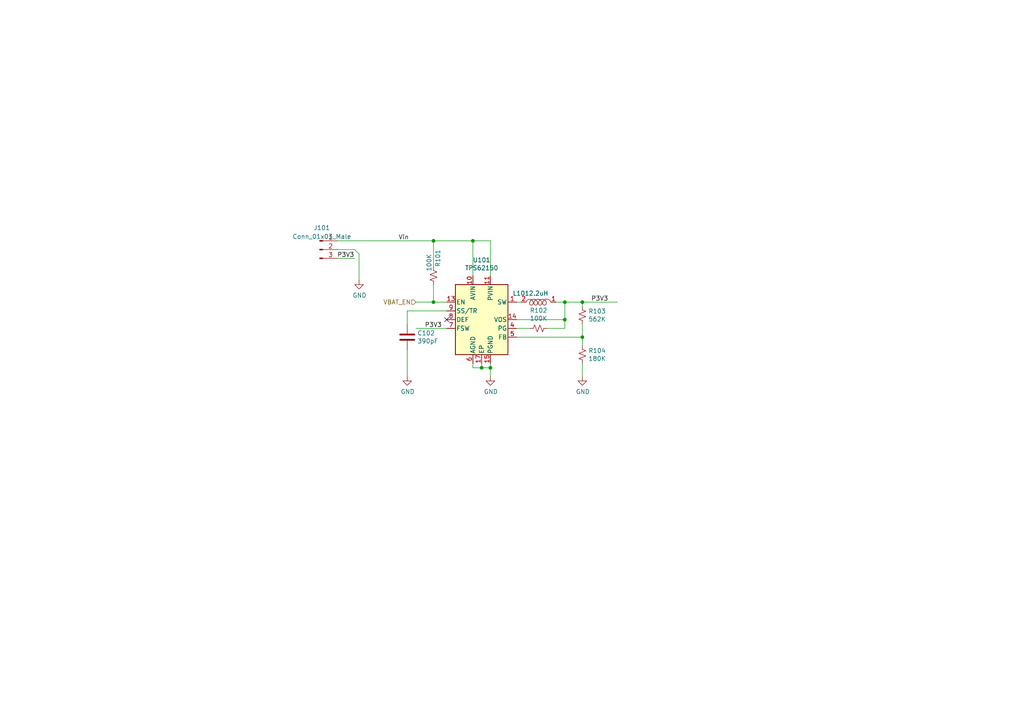
<source format=kicad_sch>
(kicad_sch (version 20211123) (generator eeschema)
  (paper "A4")
  (lib_symbols
    (symbol "Connector:Conn_01x03_Male" (pin_names (offset 1.016) hide)
      (property "Reference" "J" (at 0 5.08 0))
      (property "Value" "Conn_01x03_Male" (at 0 -5.08 0))
      (symbol "Conn_01x03_Male_1_1"
        (polyline (pts (xy 1.27 -2.54) (xy 0.8636 -2.54)) (stroke (width 0.1524)))
        (polyline (pts (xy 1.27 0) (xy 0.8636 0)) (stroke (width 0.1524)))
        (polyline (pts (xy 1.27 2.54) (xy 0.8636 2.54)) (stroke (width 0.1524)))
        (rectangle (start 0.8636 -2.413) (end 0 -2.667) (stroke (width 0.1524)) (fill (type outline)))
        (rectangle (start 0.8636 0.127) (end 0 -0.127) (stroke (width 0.1524)) (fill (type outline)))
        (rectangle (start 0.8636 2.667) (end 0 2.413) (stroke (width 0.1524)) (fill (type outline)))
        (pin passive line (at 5.08 2.54 180) (length 3.81) (name "Pin_1") (number "1"))
        (pin passive line (at 5.08 0 180) (length 3.81) (name "Pin_2") (number "2"))
        (pin passive line (at 5.08 -2.54 180) (length 3.81) (name "Pin_3") (number "3"))
      )
    )
    (symbol "Device:C" (pin_numbers hide) (pin_names (offset 0.254))
      (property "Reference" "C" (at 0.635 2.54 0))
      (property "Value" "C" (at 0.635 -2.54 0))
      (symbol "C_0_1"
        (polyline (pts (xy -2.032 -0.762) (xy 2.032 -0.762)) (stroke (width 0.508)))
        (polyline (pts (xy -2.032 0.762) (xy 2.032 0.762)) (stroke (width 0.508)))
      )
      (symbol "C_1_1"
        (pin passive line (at 0 3.81 270) (length 2.794) (name "~") (number "1"))
        (pin passive line (at 0 -3.81 90) (length 2.794) (name "~") (number "2"))
      )
    )
    (symbol "Device:R_Small_US" (pin_numbers hide) (pin_names (offset 0.254) hide)
      (property "Reference" "R" (at 0.762 0.508 0))
      (property "Value" "R_Small_US" (at 0.762 -1.016 0))
      (symbol "R_Small_US_1_1"
        (polyline (pts (xy 0 0) (xy 1.016 -0.381) (xy 0 -0.762) (xy -1.016 -1.143) (xy 0 -1.524)))
        (polyline (pts (xy 0 1.524) (xy 1.016 1.143) (xy 0 0.762) (xy -1.016 0.381) (xy 0 0)))
        (pin passive line (at 0 2.54 270) (length 1.016) (name "~") (number "1"))
        (pin passive line (at 0 -2.54 90) (length 1.016) (name "~") (number "2"))
      )
    )
    (symbol "Regulator_Switching:TPS62150" (pin_names (offset 0.254))
      (property "Reference" "U" (at 3.81 13.97 0))
      (property "Value" "TPS62150" (at 3.81 11.43 0))
      (symbol "TPS62150_0_1"
        (rectangle (start -7.62 10.16) (end 7.62 -10.16) (stroke (width 0.254)) (fill (type background)))
      )
      (symbol "TPS62150_1_1"
        (pin output line (at 10.16 5.08 180) (length 2.54) (name "SW") (number "1"))
        (pin power_in line (at -2.54 12.7 270) (length 2.54) (name "AVIN") (number "10"))
        (pin power_in line (at 2.54 12.7 270) (length 2.54) (name "PVIN") (number "11"))
        (pin passive line (at 2.54 12.7 270) (length 2.54) hide (name "PVIN") (number "12"))
        (pin input line (at -10.16 5.08 0) (length 2.54) (name "EN") (number "13"))
        (pin input line (at 10.16 0 180) (length 2.54) (name "VOS") (number "14"))
        (pin power_in line (at 2.54 -12.7 90) (length 2.54) (name "PGND") (number "15"))
        (pin passive line (at 2.54 -12.7 90) (length 2.54) hide (name "PGND") (number "16"))
        (pin power_in line (at 0 -12.7 90) (length 2.54) (name "EP") (number "17"))
        (pin passive line (at 10.16 5.08 180) (length 2.54) hide (name "SW") (number "2"))
        (pin passive line (at 10.16 5.08 180) (length 2.54) hide (name "SW") (number "3"))
        (pin open_collector line (at 10.16 -2.54 180) (length 2.54) (name "PG") (number "4"))
        (pin input line (at 10.16 -5.08 180) (length 2.54) (name "FB") (number "5"))
        (pin power_in line (at -2.54 -12.7 90) (length 2.54) (name "AGND") (number "6"))
        (pin input line (at -10.16 -2.54 0) (length 2.54) (name "FSW") (number "7"))
        (pin input line (at -10.16 0 0) (length 2.54) (name "DEF") (number "8"))
        (pin input line (at -10.16 2.54 0) (length 2.54) (name "SS/TR") (number "9"))
      )
    )
    (symbol "dk_Fixed-Inductors:82473C" (pin_names (offset 1.016))
      (property "Reference" "L" (at -4.445 3.175 0))
      (property "Value" "82473C" (at 4.445 -1.905 0))
      (symbol "82473C_0_1"
        (arc (start -3.556 0) (mid -2.1694 -0.8461) (end -1.1938 0.4318))
        (arc (start -2.2098 0.508) (mid -2.0918 -0.2848) (end -1.4478 -0.762))
        (arc (start -1.4732 -0.762) (mid -0.4347 -0.6489) (end 0.0508 0.254))
        (arc (start -1.1938 0.254) (mid -1.5764 0.8583) (end -2.2098 0.508))
        (arc (start -0.9398 0.508) (mid -0.8218 -0.2848) (end -0.1778 -0.762))
        (arc (start -0.2032 -0.762) (mid 0.8353 -0.6489) (end 1.3208 0.254))
        (arc (start 0.0762 0.254) (mid -0.3064 0.8583) (end -0.9398 0.508))
        (arc (start 0.3302 0.508) (mid 0.4482 -0.2848) (end 1.0922 -0.762))
        (arc (start 1.0668 -0.762) (mid 2.1053 -0.6489) (end 2.5908 0.254))
        (arc (start 1.3462 0.254) (mid 0.9636 0.8583) (end 0.3302 0.508))
        (arc (start 1.5748 0.4318) (mid 2.3727 -0.7843) (end 3.5814 0))
        (arc (start 2.6162 0.254) (mid 2.2336 0.8583) (end 1.6002 0.508))
      )
      (symbol "82473C_1_1"
        (pin passive line (at -5.08 0 0) (length 1.4986) (name "~") (number "1"))
        (pin passive line (at 5.08 0 180) (length 1.4986) (name "~") (number "2"))
      )
    )
    (symbol "power:GND" (power) (pin_names (offset 0))
      (property "Value" "GND" (at 0 -3.81 0))
      (symbol "GND_0_1"
        (polyline (pts (xy 0 0) (xy 0 -1.27) (xy 1.27 -1.27) (xy 0 -2.54) (xy -1.27 -1.27) (xy 0 -1.27)))
      )
      (symbol "GND_1_1"
        (pin power_in line (at 0 0 270) (length 0) hide (name "GND") (number "1"))
      )
    )
  )
  (junction (at 168.91 87.63))
  (junction (at 139.7 106.68))
  (junction (at 163.83 92.71))
  (junction (at 163.83 87.63))
  (junction (at 168.91 97.79))
  (junction (at 125.73 69.85))
  (junction (at 137.16 69.85))
  (junction (at 125.73 87.63))
  (junction (at 142.24 106.68))
  (no_connect (at 129.54 92.71))
  (wire (pts (xy 137.16 105.41) (xy 137.16 106.68)))
  (wire (pts (xy 129.54 95.25) (xy 120.65 95.25)))
  (wire (pts (xy 158.75 95.25) (xy 163.83 95.25)))
  (wire (pts (xy 168.91 97.79) (xy 168.91 100.33)))
  (wire (pts (xy 168.91 93.98) (xy 168.91 97.79)))
  (wire (pts (xy 137.16 69.85) (xy 142.24 69.85)))
  (wire (pts (xy 118.11 109.22) (xy 118.11 101.6)))
  (wire (pts (xy 149.86 95.25) (xy 153.67 95.25)))
  (wire (pts (xy 118.11 93.98) (xy 118.11 90.17)))
  (wire (pts (xy 104.14 73.66) (xy 104.14 81.28)))
  (wire (pts (xy 125.73 82.55) (xy 125.73 87.63)))
  (wire (pts (xy 163.83 87.63) (xy 168.91 87.63)))
  (wire (pts (xy 149.86 97.79) (xy 168.91 97.79)))
  (wire (pts (xy 129.54 87.63) (xy 125.73 87.63)))
  (wire (pts (xy 118.11 90.17) (xy 129.54 90.17)))
  (wire (pts (xy 137.16 106.68) (xy 139.7 106.68)))
  (wire (pts (xy 97.79 72.39) (xy 102.87 72.39)))
  (wire (pts (xy 97.79 69.85) (xy 125.73 69.85)))
  (wire (pts (xy 168.91 87.63) (xy 179.07 87.63)))
  (wire (pts (xy 163.83 95.25) (xy 163.83 92.71)))
  (wire (pts (xy 125.73 77.47) (xy 125.73 69.85)))
  (wire (pts (xy 125.73 69.85) (xy 137.16 69.85)))
  (wire (pts (xy 163.83 87.63) (xy 163.83 92.71)))
  (wire (pts (xy 142.24 69.85) (xy 142.24 80.01)))
  (wire (pts (xy 142.24 106.68) (xy 142.24 109.22)))
  (wire (pts (xy 163.83 92.71) (xy 149.86 92.71)))
  (wire (pts (xy 168.91 105.41) (xy 168.91 109.22)))
  (wire (pts (xy 142.24 105.41) (xy 142.24 106.68)))
  (wire (pts (xy 139.7 106.68) (xy 142.24 106.68)))
  (wire (pts (xy 97.79 74.93) (xy 102.87 74.93)))
  (wire (pts (xy 137.16 80.01) (xy 137.16 69.85)))
  (wire (pts (xy 102.87 72.39) (xy 104.14 73.66)))
  (wire (pts (xy 120.65 87.63) (xy 125.73 87.63)))
  (wire (pts (xy 168.91 87.63) (xy 168.91 88.9)))
  (wire (pts (xy 149.86 87.63) (xy 151.13 87.63)))
  (wire (pts (xy 161.29 87.63) (xy 163.83 87.63)))
  (wire (pts (xy 139.7 105.41) (xy 139.7 106.68)))
  (label "P3V3" (at 97.79 74.93 0))
  (label "Vin" (at 115.57 69.85 0))
  (label "P3V3" (at 123.19 95.25 0))
  (label "P3V3" (at 171.45 87.63 0))
  (hierarchical_label "VBAT_EN" (shape input) (at 120.65 87.63 180))
  (symbol (lib_id "Device:R_Small_US") (at 168.91 91.44 0) (unit 1)
    (property "Reference" "R103" (at 170.6372 90.2716 0) (effects (justify left)))
    (property "Value" "562K" (at 170.6372 92.583 0) (effects (justify left)))
    (property "Footprint" "Resistor_SMD:R_0603_1608Metric" (effects hide))
    (property "DPN" "541-562KHCT-ND" (effects hide))
    (property "MPN" "CRCW0603562KFKEA" (effects hide))
    (property "Populate" "1" (effects hide))
    (property "Manufacturer" "Vishay" (effects hide))
    (property "Description" "562 kOhms ±1% 0.1W, 1/10W Chip Resistor 0603 " (effects hide))
    (property "Digi-Key_PN" "541-562KHCT-ND" (effects hide))
    (property "Distributor" "Digikey" (effects hide))
  )
  (symbol (lib_id "power:GND") (at 104.14 81.28 0) (unit 1)
    (property "Reference" "#PWR0101" (effects hide))
    (property "Value" "GND" (at 104.267 85.6742 0))
  )
  (symbol (lib_id "power:GND") (at 168.91 109.22 0) (unit 1)
    (property "Reference" "#PWR0104" (effects hide))
    (property "Value" "GND" (at 169.037 113.6142 0))
  )
  (symbol (lib_id "power:GND") (at 118.11 109.22 0) (unit 1)
    (property "Reference" "#PWR0102" (effects hide))
    (property "Value" "GND" (at 118.237 113.6142 0))
  )
  (symbol (lib_id "Device:C") (at 118.11 97.79 0) (unit 1)
    (property "Reference" "C102" (at 121.031 96.6216 0) (effects (justify left)))
    (property "Value" "390pF" (at 121.031 98.933 0) (effects (justify left)))
    (property "Footprint" "Capacitor_SMD:C_0603_1608Metric" (effects hide))
    (property "MPN" "CL10C391JB81PNC" (effects hide))
    (property "Manufacturer" "Samsung" (effects hide))
    (property "DPN" "1276-2284-1-ND" (effects hide))
    (property "Populate" "1" (effects hide))
    (property "Description" "390 pF ±5% 50V Ceramic Capacitor C0G, NP0 0603" (effects hide))
    (property "Digi-Key_PN" "1276-2284-1-ND" (effects hide))
    (property "Distributor" "Digikey" (effects hide))
  )
  (symbol (lib_id "power:GND") (at 142.24 109.22 0) (unit 1)
    (property "Reference" "#PWR0103" (effects hide))
    (property "Value" "GND" (at 142.367 113.6142 0))
  )
  (symbol (lib_id "Regulator_Switching:TPS62150") (at 139.7 92.71 0) (unit 1)
    (property "Reference" "U101" (at 139.7 75.4126 0))
    (property "Value" "TPS62150" (at 139.7 77.724 0))
    (property "Footprint" "Package_DFN_QFN:VQFN-16-1EP_3x3mm_P0.5mm_EP1.68x1.68mm_ThermalVias" (effects hide))
    (property "Datasheet" "http://www.ti.com/lit/ds/symlink/TPS62150.pdf" (effects hide))
    (property "Manufacturer" "Texas Instruments" (effects hide))
    (property "DPN" "296-30007-1-ND" (effects hide))
    (property "MPN" "TPS62150RGTT" (effects hide))
    (property "Populate" "1" (effects hide))
    (property "Description" "Buck Switching Regulator IC Positive Adjustable 0.9V 1 Output 1A 16-VFQFN Exposed Pad" (effects hide))
    (property "Digi-Key_PN" "296-30007-1-ND" (effects hide))
    (property "OnHand" "110" (effects hide))
    (property "Status" "MiniReel" (effects hide))
    (property "Distributor" "Digikey" (effects hide))
  )
  (symbol (lib_id "Device:R_Small_US") (at 156.21 95.25 270) (unit 1)
    (property "Reference" "R102" (at 156.21 90.043 90))
    (property "Value" "100K" (at 156.21 92.3544 90))
    (property "Footprint" "Resistor_SMD:R_0603_1608Metric" (effects hide))
    (property "DPN" "541-3950-1-ND" (effects hide))
    (property "MPN" "CRCW0603100KFKEAC" (effects hide))
    (property "Manufacturer" "Vishay" (effects hide))
    (property "Populate" "1" (effects hide))
    (property "Description" "100 kOhms ±1% 0.1W, 1/10W Chip Resistor 0603" (effects hide))
    (property "Digi-Key_PN" "541-3950-1-ND" (effects hide))
    (property "Distributor" "Digikey" (effects hide))
  )
  (symbol (lib_id "Connector:Conn_01x03_Male") (at 92.71 72.39 0) (unit 1)
    (property "Reference" "J101" (at 93.345 66.074 0))
    (property "Value" "Conn_01x03_Male" (at 93.345 68.6109 0))
    (property "Footprint" "Connector_PinHeader_2.54mm:PinHeader_1x03_P2.54mm_Horizontal" (effects hide))
  )
  (symbol (lib_id "Device:R_Small_US") (at 168.91 102.87 0) (unit 1)
    (property "Reference" "R104" (at 170.6372 101.7016 0) (effects (justify left)))
    (property "Value" "180K" (at 170.6372 104.013 0) (effects (justify left)))
    (property "Footprint" "Resistor_SMD:R_0603_1608Metric" (effects hide))
    (property "MPN" "CRCW0603180KFKEAC" (effects hide))
    (property "Manufacturer" "Vishay" (effects hide))
    (property "DPN" "541-5203-1-ND " (effects hide))
    (property "Populate" "1" (effects hide))
    (property "Description" "180 kOhms ±1% 0.1W, 1/10W Chip Resistor 0603" (effects hide))
    (property "Digi-Key_PN" "541-5203-1-ND" (effects hide))
    (property "Distributor" "Digikey" (effects hide))
  )
  (symbol (lib_id "Device:R_Small_US") (at 125.73 80.01 0) (unit 1)
    (property "Reference" "R101" (at 127 77.47 90) (effects (justify left)))
    (property "Value" "100K" (at 124.46 78.74 90) (effects (justify left)))
    (property "Footprint" "Resistor_SMD:R_0603_1608Metric" (effects hide))
    (property "MPN" "CRCW0603100KFKEAC" (effects hide))
    (property "DigiKey Price" "0.05" (effects hide))
    (property "Manufacturer" "Vishay" (effects hide))
    (property "Tolerance" "5%" (effects hide))
    (property "Populate" "1" (effects hide))
    (property "MacroFab_PN" "MF-RES-0603-100K" (effects hide))
    (property "Digi-Key_PN" "541-3950-1-ND" (effects hide))
    (property "Distributor" "Digikey" (effects hide))
    (property "DPN" "541-3950-1-ND" (effects hide))
    (property "Description" "100 kOhms ±1% 0.1W, 1/10W Chip Resistor 0603" (effects hide))
  )
  (symbol (lib_id "dk_Fixed-Inductors:82473C") (at 156.21 87.63 180) (unit 1)
    (property "Reference" "L101" (at 151.13 85.09 0))
    (property "Value" "2.2uH" (at 156.21 85.09 0))
    (property "Footprint" "SapphineMinimal:74439344022" (effects hide))
    (property "DPN" "732-10701-1-ND" (effects hide))
    (property "Manufacturer" "Wurth Elektonik" (effects hide))
    (property "MPN" "74439344022" (effects hide))
    (property "Populate" "1" (effects hide))
    (property "Description" "Shielded Wirewound Inductor 10.5mOhm Nonstandar" (effects hide))
    (property "Digi-Key_PN" "732-10701-1-ND" (effects hide))
    (property "Distributor" "Digikey" (effects hide))
    (property "Category" "Inductors, Coils, Chokes" (effects hide))
    (property "Family" "Fixed Inductors" (effects hide))
    (property "DK_Datasheet_Link" "https://www.murata-ps.com/data/magnetics/kmp_8200c.pdf" (effects hide))
    (property "DK_Detail_Page" "/product-detail/en/murata-power-solutions-inc/82473C/811-2477-1-ND/3178548" (effects hide))
    (property "Status" "Active" (effects hide))
  )
)
</source>
